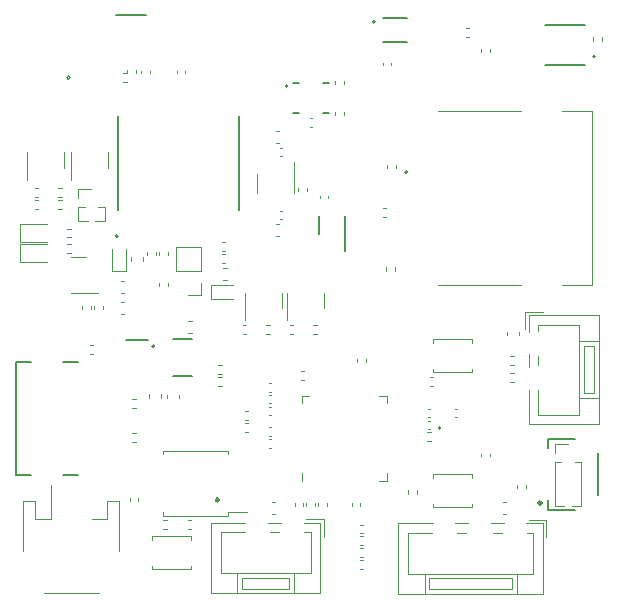
<source format=gbr>
%TF.GenerationSoftware,KiCad,Pcbnew,6.0.11+dfsg-1*%
%TF.CreationDate,2023-11-18T19:10:20+05:30*%
%TF.ProjectId,c3rl-at-r-beta-2,6333726c-2d61-4742-9d72-2d626574612d,rev?*%
%TF.SameCoordinates,Original*%
%TF.FileFunction,Legend,Top*%
%TF.FilePolarity,Positive*%
%FSLAX46Y46*%
G04 Gerber Fmt 4.6, Leading zero omitted, Abs format (unit mm)*
G04 Created by KiCad (PCBNEW 6.0.11+dfsg-1) date 2023-11-18 19:10:20*
%MOMM*%
%LPD*%
G01*
G04 APERTURE LIST*
%ADD10C,0.120000*%
%ADD11C,0.127000*%
%ADD12C,0.200000*%
%ADD13C,0.250000*%
%ADD14C,0.150000*%
%ADD15C,0.100000*%
%ADD16C,0.300000*%
%ADD17C,0.152400*%
G04 APERTURE END LIST*
D10*
%TO.C,Q5*%
X99110000Y-99632500D02*
X99110000Y-100282500D01*
X95990000Y-99632500D02*
X95990000Y-101307500D01*
X95990000Y-99632500D02*
X95990000Y-98982500D01*
X99110000Y-99632500D02*
X99110000Y-98982500D01*
%TO.C,R39*%
X83130000Y-80413641D02*
X83130000Y-80106359D01*
X82370000Y-80413641D02*
X82370000Y-80106359D01*
%TO.C,R21*%
X79246359Y-103432500D02*
X79553641Y-103432500D01*
X79246359Y-104192500D02*
X79553641Y-104192500D01*
%TO.C,Q3*%
X77690000Y-87750000D02*
X77690000Y-87100000D01*
X77690000Y-87750000D02*
X77690000Y-89425000D01*
X80810000Y-87750000D02*
X80810000Y-87100000D01*
X80810000Y-87750000D02*
X80810000Y-88400000D01*
%TO.C,R27*%
X98166359Y-102522500D02*
X98473641Y-102522500D01*
X98166359Y-101762500D02*
X98473641Y-101762500D01*
%TO.C,R34*%
X115153641Y-105080000D02*
X114846359Y-105080000D01*
X115153641Y-104320000D02*
X114846359Y-104320000D01*
%TO.C,R38*%
X90146359Y-106920000D02*
X90453641Y-106920000D01*
X90146359Y-106160000D02*
X90453641Y-106160000D01*
%TO.C,SW1*%
X108350000Y-116850000D02*
X108350000Y-117150000D01*
X108350000Y-117150000D02*
X111650000Y-117150000D01*
X108350000Y-114650000D02*
X108350000Y-114350000D01*
X111650000Y-114350000D02*
X111650000Y-114650000D01*
X108350000Y-114350000D02*
X111650000Y-114350000D01*
X111650000Y-117150000D02*
X111650000Y-116850000D01*
%TO.C,C29*%
X94659420Y-116690000D02*
X94940580Y-116690000D01*
X94659420Y-117710000D02*
X94940580Y-117710000D01*
D11*
%TO.C,U6*%
X87915000Y-102905000D02*
X86315000Y-102905000D01*
X87915000Y-106035000D02*
X86315000Y-106035000D01*
D12*
X84715000Y-103520000D02*
G75*
G03*
X84715000Y-103520000I-100000J0D01*
G01*
D10*
%TO.C,J3*%
X117215000Y-104385000D02*
X117215000Y-105115000D01*
X120685000Y-103110000D02*
X120685000Y-107890000D01*
X122385000Y-103110000D02*
X120685000Y-103110000D01*
X121985000Y-107490000D02*
X121985000Y-103510000D01*
X122385000Y-107890000D02*
X122385000Y-103110000D01*
X116415000Y-100890000D02*
X122385000Y-100890000D01*
X120685000Y-109310000D02*
X117215000Y-109310000D01*
X122385000Y-110110000D02*
X116415000Y-110110000D01*
X117215000Y-109310000D02*
X117215000Y-107250000D01*
X120685000Y-107890000D02*
X120685000Y-109310000D01*
X117215000Y-101690000D02*
X117215000Y-102250000D01*
X120685000Y-101690000D02*
X117215000Y-101690000D01*
X117615000Y-100590000D02*
X116115000Y-100590000D01*
X121085000Y-103510000D02*
X121085000Y-107490000D01*
X116415000Y-104210000D02*
X116415000Y-105290000D01*
X116115000Y-100590000D02*
X116115000Y-102090000D01*
X121985000Y-103510000D02*
X121085000Y-103510000D01*
X120685000Y-107890000D02*
X122385000Y-107890000D01*
X116415000Y-102290000D02*
X116415000Y-100890000D01*
X116415000Y-110110000D02*
X116415000Y-107210000D01*
X122385000Y-100890000D02*
X122385000Y-110110000D01*
X121085000Y-107490000D02*
X121985000Y-107490000D01*
X120685000Y-103110000D02*
X120685000Y-101690000D01*
%TO.C,C3*%
X90492164Y-94740000D02*
X90707836Y-94740000D01*
X90492164Y-95460000D02*
X90707836Y-95460000D01*
%TO.C,J10*%
X75940000Y-118190000D02*
X75940000Y-115300000D01*
X80740000Y-118190000D02*
X79460000Y-118190000D01*
X73640000Y-116590000D02*
X74660000Y-116590000D01*
X74660000Y-116590000D02*
X74660000Y-118190000D01*
X75360000Y-124410000D02*
X80040000Y-124410000D01*
X73640000Y-120840000D02*
X73640000Y-116590000D01*
X81760000Y-120840000D02*
X81760000Y-116590000D01*
X80740000Y-116590000D02*
X80740000Y-118190000D01*
X81760000Y-116590000D02*
X80740000Y-116590000D01*
X74660000Y-118190000D02*
X75940000Y-118190000D01*
%TO.C,J11*%
X88660000Y-97150000D02*
X88660000Y-95090000D01*
X88660000Y-99210000D02*
X87600000Y-99210000D01*
X86540000Y-97150000D02*
X86540000Y-95090000D01*
X88660000Y-97150000D02*
X86540000Y-97150000D01*
X88660000Y-98150000D02*
X88660000Y-99210000D01*
X88660000Y-95090000D02*
X86540000Y-95090000D01*
%TO.C,R11*%
X102116359Y-119620000D02*
X102423641Y-119620000D01*
X102116359Y-120380000D02*
X102423641Y-120380000D01*
%TO.C,C34*%
X82140580Y-98040000D02*
X81859420Y-98040000D01*
X82140580Y-99060000D02*
X81859420Y-99060000D01*
%TO.C,C6*%
X94607836Y-109360000D02*
X94392164Y-109360000D01*
X94607836Y-108640000D02*
X94392164Y-108640000D01*
D12*
%TO.C,ANT1*%
X77450000Y-80870000D02*
X77450000Y-80870000D01*
X77450000Y-80670000D02*
X77450000Y-80670000D01*
X77450000Y-80670000D02*
G75*
G03*
X77450000Y-80870000I0J-100000D01*
G01*
X77450000Y-80870000D02*
G75*
G03*
X77450000Y-80670000I0J100000D01*
G01*
D10*
%TO.C,D4*%
X91350000Y-99500000D02*
X89500000Y-99500000D01*
X91350000Y-98300000D02*
X89500000Y-98300000D01*
X89500000Y-98300000D02*
X89500000Y-99500000D01*
D11*
%TO.C,U1*%
X91875000Y-91950000D02*
X91875000Y-84050000D01*
X81625000Y-91950000D02*
X81625000Y-84050000D01*
D12*
X81650000Y-94200000D02*
G75*
G03*
X81650000Y-94200000I-100000J0D01*
G01*
D10*
%TO.C,R33*%
X115420000Y-115246359D02*
X115420000Y-115553641D01*
X116180000Y-115246359D02*
X116180000Y-115553641D01*
%TO.C,Q2*%
X92440000Y-99632500D02*
X92440000Y-101307500D01*
X92440000Y-99632500D02*
X92440000Y-98982500D01*
X95560000Y-99632500D02*
X95560000Y-98982500D01*
X95560000Y-99632500D02*
X95560000Y-100282500D01*
D11*
%TO.C,U7*%
X104050000Y-77800000D02*
X106150000Y-77800000D01*
X104050000Y-75700000D02*
X106150000Y-75700000D01*
D12*
X103400000Y-76050000D02*
G75*
G03*
X103400000Y-76050000I-100000J0D01*
G01*
D13*
%TO.C,IC1*%
X90175000Y-116537500D02*
G75*
G03*
X90175000Y-116537500I-125000J0D01*
G01*
D10*
%TO.C,J9*%
X118640000Y-112550000D02*
X118640000Y-111790000D01*
X120860000Y-113310000D02*
X120860000Y-117055000D01*
X118640000Y-113310000D02*
X119186529Y-113310000D01*
X120313471Y-113310000D02*
X120860000Y-113310000D01*
X118640000Y-117055000D02*
X119442470Y-117055000D01*
X120057530Y-117055000D02*
X120860000Y-117055000D01*
X118640000Y-113310000D02*
X118640000Y-117055000D01*
X118640000Y-111790000D02*
X119750000Y-111790000D01*
%TO.C,C2*%
X90492164Y-95740000D02*
X90707836Y-95740000D01*
X90492164Y-96460000D02*
X90707836Y-96460000D01*
%TO.C,C9*%
X97357836Y-105640000D02*
X97142164Y-105640000D01*
X97357836Y-106360000D02*
X97142164Y-106360000D01*
%TO.C,C13*%
X110367836Y-109560000D02*
X110152164Y-109560000D01*
X110367836Y-108840000D02*
X110152164Y-108840000D01*
%TO.C,C22*%
X104040000Y-79727836D02*
X104040000Y-79512164D01*
X104760000Y-79727836D02*
X104760000Y-79512164D01*
%TO.C,C17*%
X96590000Y-116804664D02*
X96590000Y-117020336D01*
X97310000Y-116804664D02*
X97310000Y-117020336D01*
%TO.C,C20*%
X82640000Y-116392164D02*
X82640000Y-116607836D01*
X83360000Y-116392164D02*
X83360000Y-116607836D01*
%TO.C,J2*%
X96140000Y-124060000D02*
X96140000Y-123160000D01*
X96540000Y-122760000D02*
X91760000Y-122760000D01*
X97360000Y-118490000D02*
X98760000Y-118490000D01*
X95440000Y-118490000D02*
X94360000Y-118490000D01*
X96540000Y-122760000D02*
X97960000Y-122760000D01*
X89540000Y-124460000D02*
X89540000Y-118490000D01*
X97960000Y-119290000D02*
X97400000Y-119290000D01*
X90340000Y-122760000D02*
X90340000Y-119290000D01*
X91760000Y-122760000D02*
X90340000Y-122760000D01*
X91760000Y-122760000D02*
X91760000Y-124460000D01*
X96140000Y-123160000D02*
X92160000Y-123160000D01*
X95265000Y-119290000D02*
X94535000Y-119290000D01*
X91760000Y-124460000D02*
X96540000Y-124460000D01*
X92160000Y-123160000D02*
X92160000Y-124060000D01*
X99060000Y-119690000D02*
X99060000Y-118190000D01*
X92160000Y-124060000D02*
X96140000Y-124060000D01*
X89540000Y-118490000D02*
X92440000Y-118490000D01*
X98760000Y-118490000D02*
X98760000Y-124460000D01*
X99060000Y-118190000D02*
X97560000Y-118190000D01*
X98760000Y-124460000D02*
X89540000Y-124460000D01*
X97960000Y-122760000D02*
X97960000Y-119290000D01*
X90340000Y-119290000D02*
X92400000Y-119290000D01*
X96540000Y-124460000D02*
X96540000Y-122760000D01*
%TO.C,R13*%
X100780000Y-81046359D02*
X100780000Y-81353641D01*
X100020000Y-81046359D02*
X100020000Y-81353641D01*
%TO.C,R7*%
X98330000Y-116758859D02*
X98330000Y-117066141D01*
X97570000Y-116758859D02*
X97570000Y-117066141D01*
%TO.C,R2*%
X79620000Y-100403641D02*
X79620000Y-100096359D01*
X80380000Y-100403641D02*
X80380000Y-100096359D01*
%TO.C,J4*%
X117910000Y-119715000D02*
X117910000Y-118215000D01*
X111290000Y-118515000D02*
X110210000Y-118515000D01*
X114290000Y-118515000D02*
X113210000Y-118515000D01*
X115390000Y-124485000D02*
X115390000Y-122785000D01*
X111115000Y-119315000D02*
X110385000Y-119315000D01*
X114115000Y-119315000D02*
X113385000Y-119315000D01*
X108010000Y-123185000D02*
X108010000Y-124085000D01*
X115390000Y-122785000D02*
X116810000Y-122785000D01*
X114990000Y-123185000D02*
X108010000Y-123185000D01*
X116810000Y-122785000D02*
X116810000Y-119315000D01*
X105390000Y-118515000D02*
X108290000Y-118515000D01*
X114990000Y-124085000D02*
X114990000Y-123185000D01*
X108010000Y-124085000D02*
X114990000Y-124085000D01*
X106190000Y-122785000D02*
X106190000Y-119315000D01*
X117910000Y-118215000D02*
X116410000Y-118215000D01*
X117610000Y-118515000D02*
X117610000Y-124485000D01*
X105390000Y-124485000D02*
X105390000Y-118515000D01*
X107610000Y-122785000D02*
X107610000Y-124485000D01*
X107610000Y-124485000D02*
X115390000Y-124485000D01*
X116210000Y-118515000D02*
X117610000Y-118515000D01*
X115390000Y-122785000D02*
X107610000Y-122785000D01*
X106190000Y-119315000D02*
X108250000Y-119315000D01*
X117610000Y-124485000D02*
X105390000Y-124485000D01*
X107610000Y-122785000D02*
X106190000Y-122785000D01*
X116810000Y-119315000D02*
X116250000Y-119315000D01*
%TO.C,R29*%
X97630000Y-90403641D02*
X97630000Y-90096359D01*
X96870000Y-90403641D02*
X96870000Y-90096359D01*
%TO.C,R37*%
X90453641Y-105120000D02*
X90146359Y-105120000D01*
X90453641Y-105880000D02*
X90146359Y-105880000D01*
%TO.C,C32*%
X87890580Y-102410000D02*
X87609420Y-102410000D01*
X87890580Y-101390000D02*
X87609420Y-101390000D01*
%TO.C,C37*%
X95557836Y-92760000D02*
X95342164Y-92760000D01*
X95557836Y-92040000D02*
X95342164Y-92040000D01*
%TO.C,C35*%
X84860000Y-95797836D02*
X84860000Y-95582164D01*
X84140000Y-95797836D02*
X84140000Y-95582164D01*
%TO.C,C1*%
X90559420Y-97910000D02*
X90840580Y-97910000D01*
X90559420Y-96890000D02*
X90840580Y-96890000D01*
%TO.C,R26*%
X74586359Y-90880000D02*
X74893641Y-90880000D01*
X74586359Y-90120000D02*
X74893641Y-90120000D01*
%TO.C,R24*%
X74893641Y-91120000D02*
X74586359Y-91120000D01*
X74893641Y-91880000D02*
X74586359Y-91880000D01*
%TO.C,C4*%
X107882164Y-109560000D02*
X108097836Y-109560000D01*
X107882164Y-108840000D02*
X108097836Y-108840000D01*
%TO.C,R12*%
X102116359Y-119380000D02*
X102423641Y-119380000D01*
X102116359Y-118620000D02*
X102423641Y-118620000D01*
%TO.C,R25*%
X76596359Y-90880000D02*
X76903641Y-90880000D01*
X76596359Y-90120000D02*
X76903641Y-90120000D01*
%TO.C,C36*%
X85860000Y-95797836D02*
X85860000Y-95582164D01*
X85140000Y-95797836D02*
X85140000Y-95582164D01*
D14*
%TO.C,U5*%
X100875000Y-95500000D02*
X100875000Y-92500000D01*
X98625000Y-94000000D02*
X98625000Y-92500000D01*
D10*
%TO.C,D1*%
X73350000Y-93205000D02*
X73350000Y-94675000D01*
X75635000Y-93205000D02*
X73350000Y-93205000D01*
X73350000Y-94675000D02*
X75635000Y-94675000D01*
%TO.C,C40*%
X95557836Y-87460000D02*
X95342164Y-87460000D01*
X95557836Y-86740000D02*
X95342164Y-86740000D01*
%TO.C,C14*%
X94607836Y-111110000D02*
X94392164Y-111110000D01*
X94607836Y-110390000D02*
X94392164Y-110390000D01*
%TO.C,C8*%
X94607836Y-106640000D02*
X94392164Y-106640000D01*
X94607836Y-107360000D02*
X94392164Y-107360000D01*
%TO.C,C27*%
X83630000Y-80182164D02*
X83630000Y-80397836D01*
X84350000Y-80182164D02*
X84350000Y-80397836D01*
%TO.C,R17*%
X106220000Y-115736359D02*
X106220000Y-116043641D01*
X106980000Y-115736359D02*
X106980000Y-116043641D01*
%TO.C,R23*%
X76893641Y-91880000D02*
X76586359Y-91880000D01*
X76893641Y-91120000D02*
X76586359Y-91120000D01*
%TO.C,C15*%
X104307836Y-92560000D02*
X104092164Y-92560000D01*
X104307836Y-91840000D02*
X104092164Y-91840000D01*
%TO.C,R20*%
X83153641Y-110870000D02*
X82846359Y-110870000D01*
X83153641Y-111630000D02*
X82846359Y-111630000D01*
%TO.C,C5*%
X94607836Y-111402500D02*
X94392164Y-111402500D01*
X94607836Y-112122500D02*
X94392164Y-112122500D01*
%TO.C,C30*%
X114590000Y-102334420D02*
X114590000Y-102615580D01*
X115610000Y-102334420D02*
X115610000Y-102615580D01*
%TO.C,C7*%
X94627836Y-107640000D02*
X94412164Y-107640000D01*
X94627836Y-108360000D02*
X94412164Y-108360000D01*
%TO.C,C24*%
X97892164Y-84240000D02*
X98107836Y-84240000D01*
X97892164Y-84960000D02*
X98107836Y-84960000D01*
%TO.C,R10*%
X102106359Y-121380000D02*
X102413641Y-121380000D01*
X102106359Y-120620000D02*
X102413641Y-120620000D01*
%TO.C,R14*%
X94176359Y-102512500D02*
X94483641Y-102512500D01*
X94176359Y-101752500D02*
X94483641Y-101752500D01*
D15*
%TO.C,J7*%
X115750000Y-83650000D02*
X108750000Y-83650000D01*
D12*
X106050000Y-88900000D02*
X106050000Y-88900000D01*
D15*
X121750000Y-98350000D02*
X121750000Y-83650000D01*
D12*
X106050000Y-88700000D02*
X106050000Y-88700000D01*
D15*
X108750000Y-98350000D02*
X115750000Y-98350000D01*
X121750000Y-83650000D02*
X119210000Y-83650000D01*
X119210000Y-98350000D02*
X121750000Y-98350000D01*
D12*
X106050000Y-88900000D02*
G75*
G03*
X106050000Y-88700000I0J100000D01*
G01*
X106050000Y-88700000D02*
G75*
G03*
X106050000Y-88900000I0J-100000D01*
G01*
D10*
%TO.C,R1*%
X79380000Y-100096359D02*
X79380000Y-100403641D01*
X78620000Y-100096359D02*
X78620000Y-100403641D01*
%TO.C,R44*%
X85120000Y-98146359D02*
X85120000Y-98453641D01*
X85880000Y-98146359D02*
X85880000Y-98453641D01*
%TO.C,R22*%
X82403641Y-81165000D02*
X82096359Y-81165000D01*
X82403641Y-80405000D02*
X82096359Y-80405000D01*
%TO.C,C11*%
X82740000Y-96290580D02*
X82740000Y-96009420D01*
X83760000Y-96290580D02*
X83760000Y-96009420D01*
%TO.C,U4*%
X96560000Y-89750000D02*
X96560000Y-90550000D01*
X93440000Y-89750000D02*
X93440000Y-88950000D01*
X93440000Y-89750000D02*
X93440000Y-90550000D01*
X96560000Y-89750000D02*
X96560000Y-87950000D01*
%TO.C,U3*%
X104410000Y-108352500D02*
X104410000Y-107702500D01*
X97190000Y-107702500D02*
X97840000Y-107702500D01*
X97190000Y-108352500D02*
X97190000Y-107702500D01*
X104410000Y-114922500D02*
X103760000Y-114922500D01*
X104410000Y-114272500D02*
X104410000Y-114922500D01*
X97190000Y-114272500D02*
X97190000Y-114922500D01*
X104410000Y-107702500D02*
X103760000Y-107702500D01*
%TO.C,R15*%
X92196359Y-101752500D02*
X92503641Y-101752500D01*
X92196359Y-102512500D02*
X92503641Y-102512500D01*
D12*
%TO.C,L2*%
X82350000Y-103000000D02*
X84150000Y-103000000D01*
D10*
%TO.C,R6*%
X92376359Y-109020000D02*
X92683641Y-109020000D01*
X92376359Y-109780000D02*
X92683641Y-109780000D01*
%TO.C,U2*%
X85475000Y-112412500D02*
X85475000Y-112672500D01*
X85475000Y-117862500D02*
X85475000Y-117602500D01*
X90925000Y-117602500D02*
X92600000Y-117602500D01*
X88200000Y-112412500D02*
X85475000Y-112412500D01*
X90925000Y-112412500D02*
X90925000Y-112672500D01*
X88200000Y-112412500D02*
X90925000Y-112412500D01*
X88200000Y-117862500D02*
X85475000Y-117862500D01*
X88200000Y-117862500D02*
X90925000Y-117862500D01*
X90925000Y-117862500D02*
X90925000Y-117602500D01*
%TO.C,C38*%
X95009420Y-93190000D02*
X95290580Y-93190000D01*
X95009420Y-94210000D02*
X95290580Y-94210000D01*
%TO.C,R31*%
X105180000Y-88146359D02*
X105180000Y-88453641D01*
X104420000Y-88146359D02*
X104420000Y-88453641D01*
%TO.C,R35*%
X115153641Y-106580000D02*
X114846359Y-106580000D01*
X115153641Y-105820000D02*
X114846359Y-105820000D01*
%TO.C,SW2*%
X111650000Y-105740000D02*
X111650000Y-105440000D01*
X108350000Y-103240000D02*
X108350000Y-102940000D01*
X111650000Y-102940000D02*
X111650000Y-103240000D01*
X108350000Y-105740000D02*
X111650000Y-105740000D01*
X108350000Y-105440000D02*
X108350000Y-105740000D01*
X108350000Y-102940000D02*
X111650000Y-102940000D01*
D11*
%TO.C,J6*%
X84050000Y-75470000D02*
X81450000Y-75470000D01*
D10*
%TO.C,C31*%
X86810000Y-107915580D02*
X86810000Y-107634420D01*
X85790000Y-107915580D02*
X85790000Y-107634420D01*
%TO.C,R36*%
X87536359Y-118220000D02*
X87843641Y-118220000D01*
X87536359Y-118980000D02*
X87843641Y-118980000D01*
D11*
%TO.C,J8*%
X118075000Y-116550000D02*
X118075000Y-117350000D01*
X122325000Y-116150000D02*
X122325000Y-112550000D01*
X118075000Y-112150000D02*
X118075000Y-111350000D01*
X118075000Y-111350000D02*
X120350000Y-111350000D01*
X118075000Y-117350000D02*
X120350000Y-117350000D01*
D16*
X117465000Y-116800000D02*
G75*
G03*
X117465000Y-116800000I-100000J0D01*
G01*
D10*
%TO.C,R42*%
X85446359Y-118220000D02*
X85753641Y-118220000D01*
X85446359Y-118980000D02*
X85753641Y-118980000D01*
D11*
%TO.C,U8*%
X98990000Y-81200000D02*
X99550000Y-81200000D01*
X96450000Y-83800000D02*
X97010000Y-83800000D01*
X97010000Y-81200000D02*
X96450000Y-81200000D01*
X98990000Y-83800000D02*
X99550000Y-83800000D01*
D12*
X96010000Y-81505000D02*
G75*
G03*
X96010000Y-81505000I-100000J0D01*
G01*
D10*
%TO.C,R9*%
X102106359Y-122380000D02*
X102413641Y-122380000D01*
X102106359Y-121620000D02*
X102413641Y-121620000D01*
%TO.C,C28*%
X114234420Y-117710000D02*
X114515580Y-117710000D01*
X114234420Y-116690000D02*
X114515580Y-116690000D01*
%TO.C,J5*%
X80510000Y-91710000D02*
X80510000Y-92915000D01*
X78290000Y-90950000D02*
X78290000Y-90190000D01*
X78290000Y-92915000D02*
X79092470Y-92915000D01*
X79963471Y-91710000D02*
X80510000Y-91710000D01*
X78290000Y-91710000D02*
X78290000Y-92915000D01*
X78290000Y-90190000D02*
X79400000Y-90190000D01*
X78290000Y-91710000D02*
X78836529Y-91710000D01*
X79707530Y-92915000D02*
X80510000Y-92915000D01*
%TO.C,R19*%
X82846359Y-108032500D02*
X83153641Y-108032500D01*
X82846359Y-108792500D02*
X83153641Y-108792500D01*
%TO.C,C10*%
X101890000Y-104857836D02*
X101890000Y-104642164D01*
X102610000Y-104857836D02*
X102610000Y-104642164D01*
%TO.C,R5*%
X92376359Y-110780000D02*
X92683641Y-110780000D01*
X92376359Y-110020000D02*
X92683641Y-110020000D01*
%TO.C,C25*%
X113110000Y-78607836D02*
X113110000Y-78392164D01*
X112390000Y-78607836D02*
X112390000Y-78392164D01*
%TO.C,R41*%
X111403641Y-76620000D02*
X111096359Y-76620000D01*
X111403641Y-77380000D02*
X111096359Y-77380000D01*
%TO.C,C19*%
X101440000Y-116812164D02*
X101440000Y-117027836D01*
X102160000Y-116812164D02*
X102160000Y-117027836D01*
%TO.C,D2*%
X73340000Y-94885000D02*
X73340000Y-96355000D01*
X73340000Y-96355000D02*
X75625000Y-96355000D01*
X75625000Y-94885000D02*
X73340000Y-94885000D01*
%TO.C,C16*%
X99460000Y-90772164D02*
X99460000Y-90987836D01*
X98740000Y-90772164D02*
X98740000Y-90987836D01*
%TO.C,SW3*%
X84550000Y-122400000D02*
X84550000Y-122100000D01*
X87850000Y-119900000D02*
X87850000Y-119600000D01*
X87850000Y-119600000D02*
X84550000Y-119600000D01*
X84550000Y-119600000D02*
X84550000Y-119900000D01*
X87850000Y-122100000D02*
X87850000Y-122400000D01*
X87850000Y-122400000D02*
X84550000Y-122400000D01*
D17*
%TO.C,U9*%
X121176400Y-76323600D02*
X117823600Y-76323600D01*
X117823600Y-79676400D02*
X121176400Y-79676400D01*
X122032000Y-79000000D02*
G75*
G03*
X122032000Y-79000000I-76200J0D01*
G01*
D10*
%TO.C,Q1*%
X78300000Y-99060000D02*
X79975000Y-99060000D01*
X78300000Y-99060000D02*
X77650000Y-99060000D01*
X78300000Y-95940000D02*
X77650000Y-95940000D01*
X78300000Y-95940000D02*
X78950000Y-95940000D01*
%TO.C,R3*%
X77663641Y-94320000D02*
X77356359Y-94320000D01*
X77663641Y-93560000D02*
X77356359Y-93560000D01*
%TO.C,R40*%
X122630000Y-77653641D02*
X122630000Y-77346359D01*
X121870000Y-77653641D02*
X121870000Y-77346359D01*
%TO.C,R4*%
X77643641Y-95630000D02*
X77336359Y-95630000D01*
X77643641Y-94870000D02*
X77336359Y-94870000D01*
D11*
%TO.C,Y1*%
X108946022Y-110450000D02*
G75*
G03*
X108946022Y-110450000I-86022J0D01*
G01*
D10*
%TO.C,R18*%
X108046359Y-106160000D02*
X108353641Y-106160000D01*
X108046359Y-106920000D02*
X108353641Y-106920000D01*
%TO.C,C26*%
X87360000Y-80182164D02*
X87360000Y-80397836D01*
X86640000Y-80182164D02*
X86640000Y-80397836D01*
%TO.C,R32*%
X104320000Y-97153641D02*
X104320000Y-96846359D01*
X105080000Y-97153641D02*
X105080000Y-96846359D01*
%TO.C,R8*%
X99330000Y-116758859D02*
X99330000Y-117066141D01*
X98570000Y-116758859D02*
X98570000Y-117066141D01*
%TO.C,C21*%
X85260000Y-107890580D02*
X85260000Y-107609420D01*
X84240000Y-107890580D02*
X84240000Y-107609420D01*
D12*
%TO.C,J1*%
X78250000Y-104840000D02*
X77000000Y-104840000D01*
X73000000Y-104840000D02*
X73000000Y-114420000D01*
X74280000Y-104840000D02*
X73000000Y-104840000D01*
X78250000Y-114420000D02*
X77000000Y-114420000D01*
X73000000Y-114420000D02*
X74280000Y-114420000D01*
D10*
%TO.C,C39*%
X95009420Y-86310000D02*
X95290580Y-86310000D01*
X95009420Y-85290000D02*
X95290580Y-85290000D01*
%TO.C,R28*%
X96166359Y-102522500D02*
X96473641Y-102522500D01*
X96166359Y-101762500D02*
X96473641Y-101762500D01*
%TO.C,Q4*%
X73940000Y-87750000D02*
X73940000Y-89425000D01*
X77060000Y-87750000D02*
X77060000Y-88400000D01*
X77060000Y-87750000D02*
X77060000Y-87100000D01*
X73940000Y-87750000D02*
X73940000Y-87100000D01*
%TO.C,D3*%
X81150000Y-97150000D02*
X82350000Y-97150000D01*
X82350000Y-95300000D02*
X82350000Y-97150000D01*
X81150000Y-95300000D02*
X81150000Y-97150000D01*
%TO.C,R16*%
X108143641Y-111580000D02*
X107836359Y-111580000D01*
X108143641Y-110820000D02*
X107836359Y-110820000D01*
%TO.C,C12*%
X107882164Y-109840000D02*
X108097836Y-109840000D01*
X107882164Y-110560000D02*
X108097836Y-110560000D01*
%TO.C,C18*%
X112390000Y-112642164D02*
X112390000Y-112857836D01*
X113110000Y-112642164D02*
X113110000Y-112857836D01*
%TO.C,C23*%
X100040000Y-83907836D02*
X100040000Y-83692164D01*
X100760000Y-83907836D02*
X100760000Y-83692164D01*
%TO.C,C33*%
X82140580Y-100760000D02*
X81859420Y-100760000D01*
X82140580Y-99740000D02*
X81859420Y-99740000D01*
%TD*%
M02*

</source>
